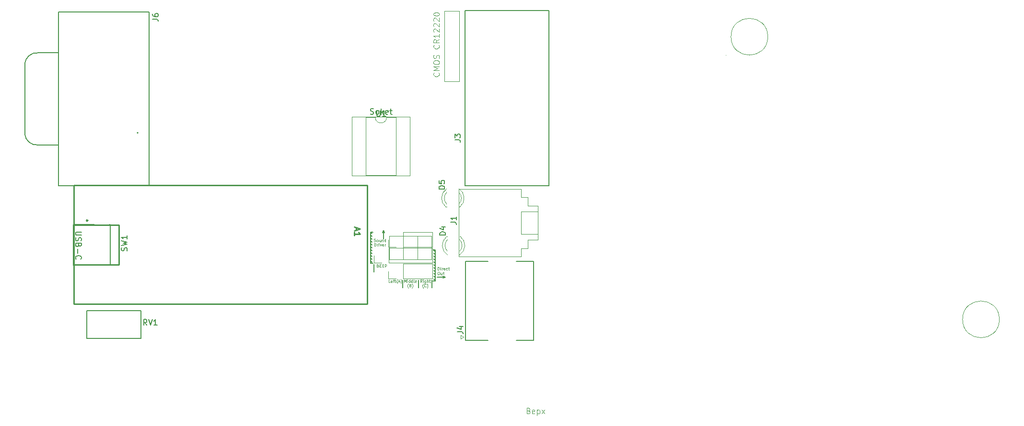
<source format=gbr>
%TF.GenerationSoftware,KiCad,Pcbnew,7.0.7*%
%TF.CreationDate,2024-07-14T10:34:44+05:00*%
%TF.ProjectId,ZXMagic F411,5a584d61-6769-4632-9046-3431312e6b69,rev?*%
%TF.SameCoordinates,Original*%
%TF.FileFunction,Legend,Top*%
%TF.FilePolarity,Positive*%
%FSLAX46Y46*%
G04 Gerber Fmt 4.6, Leading zero omitted, Abs format (unit mm)*
G04 Created by KiCad (PCBNEW 7.0.7) date 2024-07-14 10:34:44*
%MOMM*%
%LPD*%
G01*
G04 APERTURE LIST*
%ADD10C,0.150000*%
%ADD11C,0.100000*%
%ADD12C,0.250000*%
%ADD13C,0.203200*%
%ADD14C,0.254000*%
%ADD15C,0.120000*%
%ADD16C,0.127000*%
%ADD17C,0.300000*%
%ADD18C,0.200000*%
%ADD19C,0.152400*%
G04 APERTURE END LIST*
D10*
X124087000Y-63073000D02*
X123833000Y-62819000D01*
X123520400Y-69392900D02*
X123520400Y-67995900D01*
X112623800Y-59563100D02*
X112903200Y-59842500D01*
X112649200Y-60604500D02*
X112903200Y-60858500D01*
X121082000Y-69392900D02*
X121082000Y-67995900D01*
X124112400Y-68178400D02*
X123833000Y-67899000D01*
X124397300Y-67528900D02*
X125895900Y-67528900D01*
X113258800Y-66624300D02*
X113258800Y-65227300D01*
X112649200Y-62128500D02*
X112903200Y-62382500D01*
X112649200Y-63652500D02*
X112903200Y-63906500D01*
X124087000Y-63581000D02*
X123833000Y-63327000D01*
X114935200Y-60731500D02*
X114935200Y-59232900D01*
X124087000Y-65613000D02*
X123833000Y-65359000D01*
X124087000Y-64089000D02*
X123833000Y-63835000D01*
X112649200Y-61112500D02*
X112903200Y-61366500D01*
X124112400Y-68178400D02*
X123655200Y-68178400D01*
X114935200Y-59232900D02*
X115113000Y-59664700D01*
X112649200Y-62636500D02*
X112903200Y-62890500D01*
X112623800Y-59563100D02*
X113081000Y-59563100D01*
X112649200Y-61620500D02*
X112903200Y-61874500D01*
X124087000Y-66629000D02*
X123833000Y-66375000D01*
X124087000Y-67137000D02*
X123833000Y-66883000D01*
X124112400Y-62666600D02*
X123655200Y-62666600D01*
X112649200Y-60096500D02*
X112903200Y-60350500D01*
X124112400Y-68178400D02*
X124112400Y-62666600D01*
X125895900Y-67528900D02*
X125464100Y-67351100D01*
X112649200Y-64668500D02*
X112903200Y-64922500D01*
X118313400Y-69392900D02*
X118313400Y-67995900D01*
X124087000Y-64597000D02*
X123833000Y-64343000D01*
X124087000Y-66121000D02*
X123833000Y-65867000D01*
X112649200Y-64160500D02*
X112903200Y-64414500D01*
X112623800Y-59563100D02*
X112623800Y-65074900D01*
X124087000Y-65105000D02*
X123833000Y-64851000D01*
X112649200Y-63144500D02*
X112903200Y-63398500D01*
X112623800Y-65074900D02*
X113081000Y-65074900D01*
X114935200Y-59232900D02*
X114757400Y-59664700D01*
X125895900Y-67528900D02*
X125464100Y-67706700D01*
X124087000Y-67645000D02*
X123833000Y-67391000D01*
D11*
X124518036Y-66273609D02*
X124518036Y-65773609D01*
X124518036Y-65773609D02*
X124637084Y-65773609D01*
X124637084Y-65773609D02*
X124708512Y-65797419D01*
X124708512Y-65797419D02*
X124756131Y-65845038D01*
X124756131Y-65845038D02*
X124779941Y-65892657D01*
X124779941Y-65892657D02*
X124803750Y-65987895D01*
X124803750Y-65987895D02*
X124803750Y-66059323D01*
X124803750Y-66059323D02*
X124779941Y-66154561D01*
X124779941Y-66154561D02*
X124756131Y-66202180D01*
X124756131Y-66202180D02*
X124708512Y-66249800D01*
X124708512Y-66249800D02*
X124637084Y-66273609D01*
X124637084Y-66273609D02*
X124518036Y-66273609D01*
X125018036Y-66273609D02*
X125018036Y-65940276D01*
X125018036Y-65773609D02*
X124994227Y-65797419D01*
X124994227Y-65797419D02*
X125018036Y-65821228D01*
X125018036Y-65821228D02*
X125041846Y-65797419D01*
X125041846Y-65797419D02*
X125018036Y-65773609D01*
X125018036Y-65773609D02*
X125018036Y-65821228D01*
X125256131Y-66273609D02*
X125256131Y-65940276D01*
X125256131Y-66035514D02*
X125279941Y-65987895D01*
X125279941Y-65987895D02*
X125303750Y-65964085D01*
X125303750Y-65964085D02*
X125351369Y-65940276D01*
X125351369Y-65940276D02*
X125398988Y-65940276D01*
X125756131Y-66249800D02*
X125708512Y-66273609D01*
X125708512Y-66273609D02*
X125613274Y-66273609D01*
X125613274Y-66273609D02*
X125565655Y-66249800D01*
X125565655Y-66249800D02*
X125541846Y-66202180D01*
X125541846Y-66202180D02*
X125541846Y-66011704D01*
X125541846Y-66011704D02*
X125565655Y-65964085D01*
X125565655Y-65964085D02*
X125613274Y-65940276D01*
X125613274Y-65940276D02*
X125708512Y-65940276D01*
X125708512Y-65940276D02*
X125756131Y-65964085D01*
X125756131Y-65964085D02*
X125779941Y-66011704D01*
X125779941Y-66011704D02*
X125779941Y-66059323D01*
X125779941Y-66059323D02*
X125541846Y-66106942D01*
X126208512Y-66249800D02*
X126160893Y-66273609D01*
X126160893Y-66273609D02*
X126065655Y-66273609D01*
X126065655Y-66273609D02*
X126018036Y-66249800D01*
X126018036Y-66249800D02*
X125994226Y-66225990D01*
X125994226Y-66225990D02*
X125970417Y-66178371D01*
X125970417Y-66178371D02*
X125970417Y-66035514D01*
X125970417Y-66035514D02*
X125994226Y-65987895D01*
X125994226Y-65987895D02*
X126018036Y-65964085D01*
X126018036Y-65964085D02*
X126065655Y-65940276D01*
X126065655Y-65940276D02*
X126160893Y-65940276D01*
X126160893Y-65940276D02*
X126208512Y-65964085D01*
X126351369Y-65940276D02*
X126541845Y-65940276D01*
X126422797Y-65773609D02*
X126422797Y-66202180D01*
X126422797Y-66202180D02*
X126446607Y-66249800D01*
X126446607Y-66249800D02*
X126494226Y-66273609D01*
X126494226Y-66273609D02*
X126541845Y-66273609D01*
X124613274Y-66578609D02*
X124708512Y-66578609D01*
X124708512Y-66578609D02*
X124756131Y-66602419D01*
X124756131Y-66602419D02*
X124803750Y-66650038D01*
X124803750Y-66650038D02*
X124827560Y-66745276D01*
X124827560Y-66745276D02*
X124827560Y-66911942D01*
X124827560Y-66911942D02*
X124803750Y-67007180D01*
X124803750Y-67007180D02*
X124756131Y-67054800D01*
X124756131Y-67054800D02*
X124708512Y-67078609D01*
X124708512Y-67078609D02*
X124613274Y-67078609D01*
X124613274Y-67078609D02*
X124565655Y-67054800D01*
X124565655Y-67054800D02*
X124518036Y-67007180D01*
X124518036Y-67007180D02*
X124494227Y-66911942D01*
X124494227Y-66911942D02*
X124494227Y-66745276D01*
X124494227Y-66745276D02*
X124518036Y-66650038D01*
X124518036Y-66650038D02*
X124565655Y-66602419D01*
X124565655Y-66602419D02*
X124613274Y-66578609D01*
X125256132Y-66745276D02*
X125256132Y-67078609D01*
X125041846Y-66745276D02*
X125041846Y-67007180D01*
X125041846Y-67007180D02*
X125065656Y-67054800D01*
X125065656Y-67054800D02*
X125113275Y-67078609D01*
X125113275Y-67078609D02*
X125184703Y-67078609D01*
X125184703Y-67078609D02*
X125232322Y-67054800D01*
X125232322Y-67054800D02*
X125256132Y-67030990D01*
X125422799Y-66745276D02*
X125613275Y-66745276D01*
X125494227Y-66578609D02*
X125494227Y-67007180D01*
X125494227Y-67007180D02*
X125518037Y-67054800D01*
X125518037Y-67054800D02*
X125565656Y-67078609D01*
X125565656Y-67078609D02*
X125613275Y-67078609D01*
X121716276Y-68458009D02*
X121549610Y-68219914D01*
X121430562Y-68458009D02*
X121430562Y-67958009D01*
X121430562Y-67958009D02*
X121621038Y-67958009D01*
X121621038Y-67958009D02*
X121668657Y-67981819D01*
X121668657Y-67981819D02*
X121692467Y-68005628D01*
X121692467Y-68005628D02*
X121716276Y-68053247D01*
X121716276Y-68053247D02*
X121716276Y-68124676D01*
X121716276Y-68124676D02*
X121692467Y-68172295D01*
X121692467Y-68172295D02*
X121668657Y-68196104D01*
X121668657Y-68196104D02*
X121621038Y-68219914D01*
X121621038Y-68219914D02*
X121430562Y-68219914D01*
X121930562Y-68458009D02*
X121930562Y-68124676D01*
X121930562Y-67958009D02*
X121906753Y-67981819D01*
X121906753Y-67981819D02*
X121930562Y-68005628D01*
X121930562Y-68005628D02*
X121954372Y-67981819D01*
X121954372Y-67981819D02*
X121930562Y-67958009D01*
X121930562Y-67958009D02*
X121930562Y-68005628D01*
X122382943Y-68124676D02*
X122382943Y-68529438D01*
X122382943Y-68529438D02*
X122359133Y-68577057D01*
X122359133Y-68577057D02*
X122335324Y-68600866D01*
X122335324Y-68600866D02*
X122287705Y-68624676D01*
X122287705Y-68624676D02*
X122216276Y-68624676D01*
X122216276Y-68624676D02*
X122168657Y-68600866D01*
X122382943Y-68434200D02*
X122335324Y-68458009D01*
X122335324Y-68458009D02*
X122240086Y-68458009D01*
X122240086Y-68458009D02*
X122192467Y-68434200D01*
X122192467Y-68434200D02*
X122168657Y-68410390D01*
X122168657Y-68410390D02*
X122144848Y-68362771D01*
X122144848Y-68362771D02*
X122144848Y-68219914D01*
X122144848Y-68219914D02*
X122168657Y-68172295D01*
X122168657Y-68172295D02*
X122192467Y-68148485D01*
X122192467Y-68148485D02*
X122240086Y-68124676D01*
X122240086Y-68124676D02*
X122335324Y-68124676D01*
X122335324Y-68124676D02*
X122382943Y-68148485D01*
X122621038Y-68458009D02*
X122621038Y-67958009D01*
X122835324Y-68458009D02*
X122835324Y-68196104D01*
X122835324Y-68196104D02*
X122811514Y-68148485D01*
X122811514Y-68148485D02*
X122763895Y-68124676D01*
X122763895Y-68124676D02*
X122692467Y-68124676D01*
X122692467Y-68124676D02*
X122644848Y-68148485D01*
X122644848Y-68148485D02*
X122621038Y-68172295D01*
X123001991Y-68124676D02*
X123192467Y-68124676D01*
X123073419Y-67958009D02*
X123073419Y-68386580D01*
X123073419Y-68386580D02*
X123097229Y-68434200D01*
X123097229Y-68434200D02*
X123144848Y-68458009D01*
X123144848Y-68458009D02*
X123192467Y-68458009D01*
X121954371Y-69453485D02*
X121930562Y-69429676D01*
X121930562Y-69429676D02*
X121882943Y-69358247D01*
X121882943Y-69358247D02*
X121859133Y-69310628D01*
X121859133Y-69310628D02*
X121835324Y-69239200D01*
X121835324Y-69239200D02*
X121811514Y-69120152D01*
X121811514Y-69120152D02*
X121811514Y-69024914D01*
X121811514Y-69024914D02*
X121835324Y-68905866D01*
X121835324Y-68905866D02*
X121859133Y-68834438D01*
X121859133Y-68834438D02*
X121882943Y-68786819D01*
X121882943Y-68786819D02*
X121930562Y-68715390D01*
X121930562Y-68715390D02*
X121954371Y-68691580D01*
X122430561Y-69215390D02*
X122406752Y-69239200D01*
X122406752Y-69239200D02*
X122335323Y-69263009D01*
X122335323Y-69263009D02*
X122287704Y-69263009D01*
X122287704Y-69263009D02*
X122216276Y-69239200D01*
X122216276Y-69239200D02*
X122168657Y-69191580D01*
X122168657Y-69191580D02*
X122144847Y-69143961D01*
X122144847Y-69143961D02*
X122121038Y-69048723D01*
X122121038Y-69048723D02*
X122121038Y-68977295D01*
X122121038Y-68977295D02*
X122144847Y-68882057D01*
X122144847Y-68882057D02*
X122168657Y-68834438D01*
X122168657Y-68834438D02*
X122216276Y-68786819D01*
X122216276Y-68786819D02*
X122287704Y-68763009D01*
X122287704Y-68763009D02*
X122335323Y-68763009D01*
X122335323Y-68763009D02*
X122406752Y-68786819D01*
X122406752Y-68786819D02*
X122430561Y-68810628D01*
X122597228Y-69453485D02*
X122621038Y-69429676D01*
X122621038Y-69429676D02*
X122668657Y-69358247D01*
X122668657Y-69358247D02*
X122692466Y-69310628D01*
X122692466Y-69310628D02*
X122716276Y-69239200D01*
X122716276Y-69239200D02*
X122740085Y-69120152D01*
X122740085Y-69120152D02*
X122740085Y-69024914D01*
X122740085Y-69024914D02*
X122716276Y-68905866D01*
X122716276Y-68905866D02*
X122692466Y-68834438D01*
X122692466Y-68834438D02*
X122668657Y-68786819D01*
X122668657Y-68786819D02*
X122621038Y-68715390D01*
X122621038Y-68715390D02*
X122597228Y-68691580D01*
X118550866Y-68458009D02*
X118550866Y-67958009D01*
X118550866Y-67958009D02*
X118717533Y-68315152D01*
X118717533Y-68315152D02*
X118884199Y-67958009D01*
X118884199Y-67958009D02*
X118884199Y-68458009D01*
X119122295Y-68458009D02*
X119122295Y-68124676D01*
X119122295Y-67958009D02*
X119098486Y-67981819D01*
X119098486Y-67981819D02*
X119122295Y-68005628D01*
X119122295Y-68005628D02*
X119146105Y-67981819D01*
X119146105Y-67981819D02*
X119122295Y-67958009D01*
X119122295Y-67958009D02*
X119122295Y-68005628D01*
X119574676Y-68458009D02*
X119574676Y-67958009D01*
X119574676Y-68434200D02*
X119527057Y-68458009D01*
X119527057Y-68458009D02*
X119431819Y-68458009D01*
X119431819Y-68458009D02*
X119384200Y-68434200D01*
X119384200Y-68434200D02*
X119360390Y-68410390D01*
X119360390Y-68410390D02*
X119336581Y-68362771D01*
X119336581Y-68362771D02*
X119336581Y-68219914D01*
X119336581Y-68219914D02*
X119360390Y-68172295D01*
X119360390Y-68172295D02*
X119384200Y-68148485D01*
X119384200Y-68148485D02*
X119431819Y-68124676D01*
X119431819Y-68124676D02*
X119527057Y-68124676D01*
X119527057Y-68124676D02*
X119574676Y-68148485D01*
X120027057Y-68458009D02*
X120027057Y-67958009D01*
X120027057Y-68434200D02*
X119979438Y-68458009D01*
X119979438Y-68458009D02*
X119884200Y-68458009D01*
X119884200Y-68458009D02*
X119836581Y-68434200D01*
X119836581Y-68434200D02*
X119812771Y-68410390D01*
X119812771Y-68410390D02*
X119788962Y-68362771D01*
X119788962Y-68362771D02*
X119788962Y-68219914D01*
X119788962Y-68219914D02*
X119812771Y-68172295D01*
X119812771Y-68172295D02*
X119836581Y-68148485D01*
X119836581Y-68148485D02*
X119884200Y-68124676D01*
X119884200Y-68124676D02*
X119979438Y-68124676D01*
X119979438Y-68124676D02*
X120027057Y-68148485D01*
X120336581Y-68458009D02*
X120288962Y-68434200D01*
X120288962Y-68434200D02*
X120265152Y-68386580D01*
X120265152Y-68386580D02*
X120265152Y-67958009D01*
X120717533Y-68434200D02*
X120669914Y-68458009D01*
X120669914Y-68458009D02*
X120574676Y-68458009D01*
X120574676Y-68458009D02*
X120527057Y-68434200D01*
X120527057Y-68434200D02*
X120503248Y-68386580D01*
X120503248Y-68386580D02*
X120503248Y-68196104D01*
X120503248Y-68196104D02*
X120527057Y-68148485D01*
X120527057Y-68148485D02*
X120574676Y-68124676D01*
X120574676Y-68124676D02*
X120669914Y-68124676D01*
X120669914Y-68124676D02*
X120717533Y-68148485D01*
X120717533Y-68148485D02*
X120741343Y-68196104D01*
X120741343Y-68196104D02*
X120741343Y-68243723D01*
X120741343Y-68243723D02*
X120503248Y-68291342D01*
X119312771Y-69453485D02*
X119288962Y-69429676D01*
X119288962Y-69429676D02*
X119241343Y-69358247D01*
X119241343Y-69358247D02*
X119217533Y-69310628D01*
X119217533Y-69310628D02*
X119193724Y-69239200D01*
X119193724Y-69239200D02*
X119169914Y-69120152D01*
X119169914Y-69120152D02*
X119169914Y-69024914D01*
X119169914Y-69024914D02*
X119193724Y-68905866D01*
X119193724Y-68905866D02*
X119217533Y-68834438D01*
X119217533Y-68834438D02*
X119241343Y-68786819D01*
X119241343Y-68786819D02*
X119288962Y-68715390D01*
X119288962Y-68715390D02*
X119312771Y-68691580D01*
X119669914Y-69001104D02*
X119741342Y-69024914D01*
X119741342Y-69024914D02*
X119765152Y-69048723D01*
X119765152Y-69048723D02*
X119788961Y-69096342D01*
X119788961Y-69096342D02*
X119788961Y-69167771D01*
X119788961Y-69167771D02*
X119765152Y-69215390D01*
X119765152Y-69215390D02*
X119741342Y-69239200D01*
X119741342Y-69239200D02*
X119693723Y-69263009D01*
X119693723Y-69263009D02*
X119503247Y-69263009D01*
X119503247Y-69263009D02*
X119503247Y-68763009D01*
X119503247Y-68763009D02*
X119669914Y-68763009D01*
X119669914Y-68763009D02*
X119717533Y-68786819D01*
X119717533Y-68786819D02*
X119741342Y-68810628D01*
X119741342Y-68810628D02*
X119765152Y-68858247D01*
X119765152Y-68858247D02*
X119765152Y-68905866D01*
X119765152Y-68905866D02*
X119741342Y-68953485D01*
X119741342Y-68953485D02*
X119717533Y-68977295D01*
X119717533Y-68977295D02*
X119669914Y-69001104D01*
X119669914Y-69001104D02*
X119503247Y-69001104D01*
X119955628Y-69453485D02*
X119979438Y-69429676D01*
X119979438Y-69429676D02*
X120027057Y-69358247D01*
X120027057Y-69358247D02*
X120050866Y-69310628D01*
X120050866Y-69310628D02*
X120074676Y-69239200D01*
X120074676Y-69239200D02*
X120098485Y-69120152D01*
X120098485Y-69120152D02*
X120098485Y-69024914D01*
X120098485Y-69024914D02*
X120074676Y-68905866D01*
X120074676Y-68905866D02*
X120050866Y-68834438D01*
X120050866Y-68834438D02*
X120027057Y-68786819D01*
X120027057Y-68786819D02*
X119979438Y-68715390D01*
X119979438Y-68715390D02*
X119955628Y-68691580D01*
X116074343Y-68475609D02*
X115836248Y-68475609D01*
X115836248Y-68475609D02*
X115836248Y-67975609D01*
X116431486Y-68451800D02*
X116383867Y-68475609D01*
X116383867Y-68475609D02*
X116288629Y-68475609D01*
X116288629Y-68475609D02*
X116241010Y-68451800D01*
X116241010Y-68451800D02*
X116217201Y-68404180D01*
X116217201Y-68404180D02*
X116217201Y-68213704D01*
X116217201Y-68213704D02*
X116241010Y-68166085D01*
X116241010Y-68166085D02*
X116288629Y-68142276D01*
X116288629Y-68142276D02*
X116383867Y-68142276D01*
X116383867Y-68142276D02*
X116431486Y-68166085D01*
X116431486Y-68166085D02*
X116455296Y-68213704D01*
X116455296Y-68213704D02*
X116455296Y-68261323D01*
X116455296Y-68261323D02*
X116217201Y-68308942D01*
X116598153Y-68142276D02*
X116788629Y-68142276D01*
X116669581Y-68475609D02*
X116669581Y-68047038D01*
X116669581Y-68047038D02*
X116693391Y-67999419D01*
X116693391Y-67999419D02*
X116741010Y-67975609D01*
X116741010Y-67975609D02*
X116788629Y-67975609D01*
X116883867Y-68142276D02*
X117074343Y-68142276D01*
X116955295Y-67975609D02*
X116955295Y-68404180D01*
X116955295Y-68404180D02*
X116979105Y-68451800D01*
X116979105Y-68451800D02*
X117026724Y-68475609D01*
X117026724Y-68475609D02*
X117074343Y-68475609D01*
X117383866Y-68666085D02*
X117360057Y-68642276D01*
X117360057Y-68642276D02*
X117312438Y-68570847D01*
X117312438Y-68570847D02*
X117288628Y-68523228D01*
X117288628Y-68523228D02*
X117264819Y-68451800D01*
X117264819Y-68451800D02*
X117241009Y-68332752D01*
X117241009Y-68332752D02*
X117241009Y-68237514D01*
X117241009Y-68237514D02*
X117264819Y-68118466D01*
X117264819Y-68118466D02*
X117288628Y-68047038D01*
X117288628Y-68047038D02*
X117312438Y-67999419D01*
X117312438Y-67999419D02*
X117360057Y-67927990D01*
X117360057Y-67927990D02*
X117383866Y-67904180D01*
X117550533Y-68332752D02*
X117788628Y-68332752D01*
X117502914Y-68475609D02*
X117669580Y-67975609D01*
X117669580Y-67975609D02*
X117836247Y-68475609D01*
X117955294Y-68666085D02*
X117979104Y-68642276D01*
X117979104Y-68642276D02*
X118026723Y-68570847D01*
X118026723Y-68570847D02*
X118050532Y-68523228D01*
X118050532Y-68523228D02*
X118074342Y-68451800D01*
X118074342Y-68451800D02*
X118098151Y-68332752D01*
X118098151Y-68332752D02*
X118098151Y-68237514D01*
X118098151Y-68237514D02*
X118074342Y-68118466D01*
X118074342Y-68118466D02*
X118050532Y-68047038D01*
X118050532Y-68047038D02*
X118026723Y-67999419D01*
X118026723Y-67999419D02*
X117979104Y-67927990D01*
X117979104Y-67927990D02*
X117955294Y-67904180D01*
X113227181Y-61220600D02*
X113298609Y-61244409D01*
X113298609Y-61244409D02*
X113417657Y-61244409D01*
X113417657Y-61244409D02*
X113465276Y-61220600D01*
X113465276Y-61220600D02*
X113489085Y-61196790D01*
X113489085Y-61196790D02*
X113512895Y-61149171D01*
X113512895Y-61149171D02*
X113512895Y-61101552D01*
X113512895Y-61101552D02*
X113489085Y-61053933D01*
X113489085Y-61053933D02*
X113465276Y-61030123D01*
X113465276Y-61030123D02*
X113417657Y-61006314D01*
X113417657Y-61006314D02*
X113322419Y-60982504D01*
X113322419Y-60982504D02*
X113274800Y-60958695D01*
X113274800Y-60958695D02*
X113250990Y-60934885D01*
X113250990Y-60934885D02*
X113227181Y-60887266D01*
X113227181Y-60887266D02*
X113227181Y-60839647D01*
X113227181Y-60839647D02*
X113250990Y-60792028D01*
X113250990Y-60792028D02*
X113274800Y-60768219D01*
X113274800Y-60768219D02*
X113322419Y-60744409D01*
X113322419Y-60744409D02*
X113441466Y-60744409D01*
X113441466Y-60744409D02*
X113512895Y-60768219D01*
X113798609Y-61244409D02*
X113750990Y-61220600D01*
X113750990Y-61220600D02*
X113727180Y-61196790D01*
X113727180Y-61196790D02*
X113703371Y-61149171D01*
X113703371Y-61149171D02*
X113703371Y-61006314D01*
X113703371Y-61006314D02*
X113727180Y-60958695D01*
X113727180Y-60958695D02*
X113750990Y-60934885D01*
X113750990Y-60934885D02*
X113798609Y-60911076D01*
X113798609Y-60911076D02*
X113870037Y-60911076D01*
X113870037Y-60911076D02*
X113917656Y-60934885D01*
X113917656Y-60934885D02*
X113941466Y-60958695D01*
X113941466Y-60958695D02*
X113965275Y-61006314D01*
X113965275Y-61006314D02*
X113965275Y-61149171D01*
X113965275Y-61149171D02*
X113941466Y-61196790D01*
X113941466Y-61196790D02*
X113917656Y-61220600D01*
X113917656Y-61220600D02*
X113870037Y-61244409D01*
X113870037Y-61244409D02*
X113798609Y-61244409D01*
X114393847Y-60911076D02*
X114393847Y-61244409D01*
X114179561Y-60911076D02*
X114179561Y-61172980D01*
X114179561Y-61172980D02*
X114203371Y-61220600D01*
X114203371Y-61220600D02*
X114250990Y-61244409D01*
X114250990Y-61244409D02*
X114322418Y-61244409D01*
X114322418Y-61244409D02*
X114370037Y-61220600D01*
X114370037Y-61220600D02*
X114393847Y-61196790D01*
X114631942Y-60911076D02*
X114631942Y-61244409D01*
X114631942Y-60958695D02*
X114655752Y-60934885D01*
X114655752Y-60934885D02*
X114703371Y-60911076D01*
X114703371Y-60911076D02*
X114774799Y-60911076D01*
X114774799Y-60911076D02*
X114822418Y-60934885D01*
X114822418Y-60934885D02*
X114846228Y-60982504D01*
X114846228Y-60982504D02*
X114846228Y-61244409D01*
X115298609Y-61244409D02*
X115298609Y-60744409D01*
X115298609Y-61220600D02*
X115250990Y-61244409D01*
X115250990Y-61244409D02*
X115155752Y-61244409D01*
X115155752Y-61244409D02*
X115108133Y-61220600D01*
X115108133Y-61220600D02*
X115084323Y-61196790D01*
X115084323Y-61196790D02*
X115060514Y-61149171D01*
X115060514Y-61149171D02*
X115060514Y-61006314D01*
X115060514Y-61006314D02*
X115084323Y-60958695D01*
X115084323Y-60958695D02*
X115108133Y-60934885D01*
X115108133Y-60934885D02*
X115155752Y-60911076D01*
X115155752Y-60911076D02*
X115250990Y-60911076D01*
X115250990Y-60911076D02*
X115298609Y-60934885D01*
X113310514Y-62049409D02*
X113310514Y-61549409D01*
X113310514Y-61549409D02*
X113429562Y-61549409D01*
X113429562Y-61549409D02*
X113500990Y-61573219D01*
X113500990Y-61573219D02*
X113548609Y-61620838D01*
X113548609Y-61620838D02*
X113572419Y-61668457D01*
X113572419Y-61668457D02*
X113596228Y-61763695D01*
X113596228Y-61763695D02*
X113596228Y-61835123D01*
X113596228Y-61835123D02*
X113572419Y-61930361D01*
X113572419Y-61930361D02*
X113548609Y-61977980D01*
X113548609Y-61977980D02*
X113500990Y-62025600D01*
X113500990Y-62025600D02*
X113429562Y-62049409D01*
X113429562Y-62049409D02*
X113310514Y-62049409D01*
X113810514Y-62049409D02*
X113810514Y-61716076D01*
X113810514Y-61811314D02*
X113834324Y-61763695D01*
X113834324Y-61763695D02*
X113858133Y-61739885D01*
X113858133Y-61739885D02*
X113905752Y-61716076D01*
X113905752Y-61716076D02*
X113953371Y-61716076D01*
X114120038Y-62049409D02*
X114120038Y-61716076D01*
X114120038Y-61549409D02*
X114096229Y-61573219D01*
X114096229Y-61573219D02*
X114120038Y-61597028D01*
X114120038Y-61597028D02*
X114143848Y-61573219D01*
X114143848Y-61573219D02*
X114120038Y-61549409D01*
X114120038Y-61549409D02*
X114120038Y-61597028D01*
X114310514Y-61716076D02*
X114429562Y-62049409D01*
X114429562Y-62049409D02*
X114548609Y-61716076D01*
X114929561Y-62025600D02*
X114881942Y-62049409D01*
X114881942Y-62049409D02*
X114786704Y-62049409D01*
X114786704Y-62049409D02*
X114739085Y-62025600D01*
X114739085Y-62025600D02*
X114715276Y-61977980D01*
X114715276Y-61977980D02*
X114715276Y-61787504D01*
X114715276Y-61787504D02*
X114739085Y-61739885D01*
X114739085Y-61739885D02*
X114786704Y-61716076D01*
X114786704Y-61716076D02*
X114881942Y-61716076D01*
X114881942Y-61716076D02*
X114929561Y-61739885D01*
X114929561Y-61739885D02*
X114953371Y-61787504D01*
X114953371Y-61787504D02*
X114953371Y-61835123D01*
X114953371Y-61835123D02*
X114715276Y-61882742D01*
X115167656Y-62049409D02*
X115167656Y-61716076D01*
X115167656Y-61811314D02*
X115191466Y-61763695D01*
X115191466Y-61763695D02*
X115215275Y-61739885D01*
X115215275Y-61739885D02*
X115262894Y-61716076D01*
X115262894Y-61716076D02*
X115310513Y-61716076D01*
X113940503Y-65521304D02*
X114011931Y-65545114D01*
X114011931Y-65545114D02*
X114035741Y-65568923D01*
X114035741Y-65568923D02*
X114059550Y-65616542D01*
X114059550Y-65616542D02*
X114059550Y-65687971D01*
X114059550Y-65687971D02*
X114035741Y-65735590D01*
X114035741Y-65735590D02*
X114011931Y-65759400D01*
X114011931Y-65759400D02*
X113964312Y-65783209D01*
X113964312Y-65783209D02*
X113773836Y-65783209D01*
X113773836Y-65783209D02*
X113773836Y-65283209D01*
X113773836Y-65283209D02*
X113940503Y-65283209D01*
X113940503Y-65283209D02*
X113988122Y-65307019D01*
X113988122Y-65307019D02*
X114011931Y-65330828D01*
X114011931Y-65330828D02*
X114035741Y-65378447D01*
X114035741Y-65378447D02*
X114035741Y-65426066D01*
X114035741Y-65426066D02*
X114011931Y-65473685D01*
X114011931Y-65473685D02*
X113988122Y-65497495D01*
X113988122Y-65497495D02*
X113940503Y-65521304D01*
X113940503Y-65521304D02*
X113773836Y-65521304D01*
X114273836Y-65521304D02*
X114440503Y-65521304D01*
X114511931Y-65783209D02*
X114273836Y-65783209D01*
X114273836Y-65783209D02*
X114273836Y-65283209D01*
X114273836Y-65283209D02*
X114511931Y-65283209D01*
X114726217Y-65521304D02*
X114892884Y-65521304D01*
X114964312Y-65783209D02*
X114726217Y-65783209D01*
X114726217Y-65783209D02*
X114726217Y-65283209D01*
X114726217Y-65283209D02*
X114964312Y-65283209D01*
X115178598Y-65783209D02*
X115178598Y-65283209D01*
X115178598Y-65283209D02*
X115369074Y-65283209D01*
X115369074Y-65283209D02*
X115416693Y-65307019D01*
X115416693Y-65307019D02*
X115440503Y-65330828D01*
X115440503Y-65330828D02*
X115464312Y-65378447D01*
X115464312Y-65378447D02*
X115464312Y-65449876D01*
X115464312Y-65449876D02*
X115440503Y-65497495D01*
X115440503Y-65497495D02*
X115416693Y-65521304D01*
X115416693Y-65521304D02*
X115369074Y-65545114D01*
X115369074Y-65545114D02*
X115178598Y-65545114D01*
D12*
X110091095Y-58744949D02*
X110091095Y-59221139D01*
X109805380Y-58649711D02*
X110805380Y-58983044D01*
X110805380Y-58983044D02*
X109805380Y-59316377D01*
X109805380Y-60173520D02*
X109805380Y-59602092D01*
X109805380Y-59887806D02*
X110805380Y-59887806D01*
X110805380Y-59887806D02*
X110662523Y-59792568D01*
X110662523Y-59792568D02*
X110567285Y-59697330D01*
X110567285Y-59697330D02*
X110519666Y-59602092D01*
D13*
X61559747Y-59533179D02*
X60750224Y-59533179D01*
X60750224Y-59533179D02*
X60654986Y-59580798D01*
X60654986Y-59580798D02*
X60607367Y-59628417D01*
X60607367Y-59628417D02*
X60559747Y-59723655D01*
X60559747Y-59723655D02*
X60559747Y-59914131D01*
X60559747Y-59914131D02*
X60607367Y-60009369D01*
X60607367Y-60009369D02*
X60654986Y-60056988D01*
X60654986Y-60056988D02*
X60750224Y-60104607D01*
X60750224Y-60104607D02*
X61559747Y-60104607D01*
X60607367Y-60533179D02*
X60559747Y-60676036D01*
X60559747Y-60676036D02*
X60559747Y-60914131D01*
X60559747Y-60914131D02*
X60607367Y-61009369D01*
X60607367Y-61009369D02*
X60654986Y-61056988D01*
X60654986Y-61056988D02*
X60750224Y-61104607D01*
X60750224Y-61104607D02*
X60845462Y-61104607D01*
X60845462Y-61104607D02*
X60940700Y-61056988D01*
X60940700Y-61056988D02*
X60988319Y-61009369D01*
X60988319Y-61009369D02*
X61035938Y-60914131D01*
X61035938Y-60914131D02*
X61083557Y-60723655D01*
X61083557Y-60723655D02*
X61131176Y-60628417D01*
X61131176Y-60628417D02*
X61178795Y-60580798D01*
X61178795Y-60580798D02*
X61274033Y-60533179D01*
X61274033Y-60533179D02*
X61369271Y-60533179D01*
X61369271Y-60533179D02*
X61464509Y-60580798D01*
X61464509Y-60580798D02*
X61512128Y-60628417D01*
X61512128Y-60628417D02*
X61559747Y-60723655D01*
X61559747Y-60723655D02*
X61559747Y-60961750D01*
X61559747Y-60961750D02*
X61512128Y-61104607D01*
X61083557Y-61866512D02*
X61035938Y-62009369D01*
X61035938Y-62009369D02*
X60988319Y-62056988D01*
X60988319Y-62056988D02*
X60893081Y-62104607D01*
X60893081Y-62104607D02*
X60750224Y-62104607D01*
X60750224Y-62104607D02*
X60654986Y-62056988D01*
X60654986Y-62056988D02*
X60607367Y-62009369D01*
X60607367Y-62009369D02*
X60559747Y-61914131D01*
X60559747Y-61914131D02*
X60559747Y-61533179D01*
X60559747Y-61533179D02*
X61559747Y-61533179D01*
X61559747Y-61533179D02*
X61559747Y-61866512D01*
X61559747Y-61866512D02*
X61512128Y-61961750D01*
X61512128Y-61961750D02*
X61464509Y-62009369D01*
X61464509Y-62009369D02*
X61369271Y-62056988D01*
X61369271Y-62056988D02*
X61274033Y-62056988D01*
X61274033Y-62056988D02*
X61178795Y-62009369D01*
X61178795Y-62009369D02*
X61131176Y-61961750D01*
X61131176Y-61961750D02*
X61083557Y-61866512D01*
X61083557Y-61866512D02*
X61083557Y-61533179D01*
X60940700Y-62533179D02*
X60940700Y-63295084D01*
X60654986Y-64342702D02*
X60607367Y-64295083D01*
X60607367Y-64295083D02*
X60559747Y-64152226D01*
X60559747Y-64152226D02*
X60559747Y-64056988D01*
X60559747Y-64056988D02*
X60607367Y-63914131D01*
X60607367Y-63914131D02*
X60702605Y-63818893D01*
X60702605Y-63818893D02*
X60797843Y-63771274D01*
X60797843Y-63771274D02*
X60988319Y-63723655D01*
X60988319Y-63723655D02*
X61131176Y-63723655D01*
X61131176Y-63723655D02*
X61321652Y-63771274D01*
X61321652Y-63771274D02*
X61416890Y-63818893D01*
X61416890Y-63818893D02*
X61512128Y-63914131D01*
X61512128Y-63914131D02*
X61559747Y-64056988D01*
X61559747Y-64056988D02*
X61559747Y-64152226D01*
X61559747Y-64152226D02*
X61512128Y-64295083D01*
X61512128Y-64295083D02*
X61464509Y-64342702D01*
D10*
X113748095Y-38104819D02*
X113748095Y-38914342D01*
X113748095Y-38914342D02*
X113795714Y-39009580D01*
X113795714Y-39009580D02*
X113843333Y-39057200D01*
X113843333Y-39057200D02*
X113938571Y-39104819D01*
X113938571Y-39104819D02*
X114129047Y-39104819D01*
X114129047Y-39104819D02*
X114224285Y-39057200D01*
X114224285Y-39057200D02*
X114271904Y-39009580D01*
X114271904Y-39009580D02*
X114319523Y-38914342D01*
X114319523Y-38914342D02*
X114319523Y-38104819D01*
X115319523Y-39104819D02*
X114748095Y-39104819D01*
X115033809Y-39104819D02*
X115033809Y-38104819D01*
X115033809Y-38104819D02*
X114938571Y-38247676D01*
X114938571Y-38247676D02*
X114843333Y-38342914D01*
X114843333Y-38342914D02*
X114748095Y-38390533D01*
D11*
X140543314Y-91157809D02*
X140686171Y-91205428D01*
X140686171Y-91205428D02*
X140733790Y-91253047D01*
X140733790Y-91253047D02*
X140781409Y-91348285D01*
X140781409Y-91348285D02*
X140781409Y-91491142D01*
X140781409Y-91491142D02*
X140733790Y-91586380D01*
X140733790Y-91586380D02*
X140686171Y-91634000D01*
X140686171Y-91634000D02*
X140590933Y-91681619D01*
X140590933Y-91681619D02*
X140209981Y-91681619D01*
X140209981Y-91681619D02*
X140209981Y-90681619D01*
X140209981Y-90681619D02*
X140543314Y-90681619D01*
X140543314Y-90681619D02*
X140638552Y-90729238D01*
X140638552Y-90729238D02*
X140686171Y-90776857D01*
X140686171Y-90776857D02*
X140733790Y-90872095D01*
X140733790Y-90872095D02*
X140733790Y-90967333D01*
X140733790Y-90967333D02*
X140686171Y-91062571D01*
X140686171Y-91062571D02*
X140638552Y-91110190D01*
X140638552Y-91110190D02*
X140543314Y-91157809D01*
X140543314Y-91157809D02*
X140209981Y-91157809D01*
X141590933Y-91634000D02*
X141495695Y-91681619D01*
X141495695Y-91681619D02*
X141305219Y-91681619D01*
X141305219Y-91681619D02*
X141209981Y-91634000D01*
X141209981Y-91634000D02*
X141162362Y-91538761D01*
X141162362Y-91538761D02*
X141162362Y-91157809D01*
X141162362Y-91157809D02*
X141209981Y-91062571D01*
X141209981Y-91062571D02*
X141305219Y-91014952D01*
X141305219Y-91014952D02*
X141495695Y-91014952D01*
X141495695Y-91014952D02*
X141590933Y-91062571D01*
X141590933Y-91062571D02*
X141638552Y-91157809D01*
X141638552Y-91157809D02*
X141638552Y-91253047D01*
X141638552Y-91253047D02*
X141162362Y-91348285D01*
X142067124Y-91014952D02*
X142067124Y-92014952D01*
X142067124Y-91062571D02*
X142162362Y-91014952D01*
X142162362Y-91014952D02*
X142352838Y-91014952D01*
X142352838Y-91014952D02*
X142448076Y-91062571D01*
X142448076Y-91062571D02*
X142495695Y-91110190D01*
X142495695Y-91110190D02*
X142543314Y-91205428D01*
X142543314Y-91205428D02*
X142543314Y-91491142D01*
X142543314Y-91491142D02*
X142495695Y-91586380D01*
X142495695Y-91586380D02*
X142448076Y-91634000D01*
X142448076Y-91634000D02*
X142352838Y-91681619D01*
X142352838Y-91681619D02*
X142162362Y-91681619D01*
X142162362Y-91681619D02*
X142067124Y-91634000D01*
X142876648Y-91681619D02*
X143400457Y-91014952D01*
X142876648Y-91014952D02*
X143400457Y-91681619D01*
D10*
X73132813Y-76020601D02*
X72798052Y-75542371D01*
X72558937Y-76020601D02*
X72558937Y-75016318D01*
X72558937Y-75016318D02*
X72941521Y-75016318D01*
X72941521Y-75016318D02*
X73037167Y-75064141D01*
X73037167Y-75064141D02*
X73084990Y-75111964D01*
X73084990Y-75111964D02*
X73132813Y-75207610D01*
X73132813Y-75207610D02*
X73132813Y-75351079D01*
X73132813Y-75351079D02*
X73084990Y-75446725D01*
X73084990Y-75446725D02*
X73037167Y-75494548D01*
X73037167Y-75494548D02*
X72941521Y-75542371D01*
X72941521Y-75542371D02*
X72558937Y-75542371D01*
X73419751Y-75016318D02*
X73754512Y-76020601D01*
X73754512Y-76020601D02*
X74089273Y-75016318D01*
X74950087Y-76020601D02*
X74376211Y-76020601D01*
X74663149Y-76020601D02*
X74663149Y-75016318D01*
X74663149Y-75016318D02*
X74567503Y-75159787D01*
X74567503Y-75159787D02*
X74471857Y-75255433D01*
X74471857Y-75255433D02*
X74376211Y-75303256D01*
X112620857Y-38661800D02*
X112763714Y-38709419D01*
X112763714Y-38709419D02*
X113001809Y-38709419D01*
X113001809Y-38709419D02*
X113097047Y-38661800D01*
X113097047Y-38661800D02*
X113144666Y-38614180D01*
X113144666Y-38614180D02*
X113192285Y-38518942D01*
X113192285Y-38518942D02*
X113192285Y-38423704D01*
X113192285Y-38423704D02*
X113144666Y-38328466D01*
X113144666Y-38328466D02*
X113097047Y-38280847D01*
X113097047Y-38280847D02*
X113001809Y-38233228D01*
X113001809Y-38233228D02*
X112811333Y-38185609D01*
X112811333Y-38185609D02*
X112716095Y-38137990D01*
X112716095Y-38137990D02*
X112668476Y-38090371D01*
X112668476Y-38090371D02*
X112620857Y-37995133D01*
X112620857Y-37995133D02*
X112620857Y-37899895D01*
X112620857Y-37899895D02*
X112668476Y-37804657D01*
X112668476Y-37804657D02*
X112716095Y-37757038D01*
X112716095Y-37757038D02*
X112811333Y-37709419D01*
X112811333Y-37709419D02*
X113049428Y-37709419D01*
X113049428Y-37709419D02*
X113192285Y-37757038D01*
X113763714Y-38709419D02*
X113668476Y-38661800D01*
X113668476Y-38661800D02*
X113620857Y-38614180D01*
X113620857Y-38614180D02*
X113573238Y-38518942D01*
X113573238Y-38518942D02*
X113573238Y-38233228D01*
X113573238Y-38233228D02*
X113620857Y-38137990D01*
X113620857Y-38137990D02*
X113668476Y-38090371D01*
X113668476Y-38090371D02*
X113763714Y-38042752D01*
X113763714Y-38042752D02*
X113906571Y-38042752D01*
X113906571Y-38042752D02*
X114001809Y-38090371D01*
X114001809Y-38090371D02*
X114049428Y-38137990D01*
X114049428Y-38137990D02*
X114097047Y-38233228D01*
X114097047Y-38233228D02*
X114097047Y-38518942D01*
X114097047Y-38518942D02*
X114049428Y-38614180D01*
X114049428Y-38614180D02*
X114001809Y-38661800D01*
X114001809Y-38661800D02*
X113906571Y-38709419D01*
X113906571Y-38709419D02*
X113763714Y-38709419D01*
X114525619Y-38709419D02*
X114525619Y-37709419D01*
X114620857Y-38328466D02*
X114906571Y-38709419D01*
X114906571Y-38042752D02*
X114525619Y-38423704D01*
X115716095Y-38661800D02*
X115620857Y-38709419D01*
X115620857Y-38709419D02*
X115430381Y-38709419D01*
X115430381Y-38709419D02*
X115335143Y-38661800D01*
X115335143Y-38661800D02*
X115287524Y-38566561D01*
X115287524Y-38566561D02*
X115287524Y-38185609D01*
X115287524Y-38185609D02*
X115335143Y-38090371D01*
X115335143Y-38090371D02*
X115430381Y-38042752D01*
X115430381Y-38042752D02*
X115620857Y-38042752D01*
X115620857Y-38042752D02*
X115716095Y-38090371D01*
X115716095Y-38090371D02*
X115763714Y-38185609D01*
X115763714Y-38185609D02*
X115763714Y-38280847D01*
X115763714Y-38280847D02*
X115287524Y-38376085D01*
X116049429Y-38042752D02*
X116430381Y-38042752D01*
X116192286Y-37709419D02*
X116192286Y-38566561D01*
X116192286Y-38566561D02*
X116239905Y-38661800D01*
X116239905Y-38661800D02*
X116335143Y-38709419D01*
X116335143Y-38709419D02*
X116430381Y-38709419D01*
X69597386Y-62866206D02*
X69645049Y-62723217D01*
X69645049Y-62723217D02*
X69645049Y-62484900D01*
X69645049Y-62484900D02*
X69597386Y-62389574D01*
X69597386Y-62389574D02*
X69549722Y-62341910D01*
X69549722Y-62341910D02*
X69454396Y-62294247D01*
X69454396Y-62294247D02*
X69359069Y-62294247D01*
X69359069Y-62294247D02*
X69263743Y-62341910D01*
X69263743Y-62341910D02*
X69216079Y-62389574D01*
X69216079Y-62389574D02*
X69168416Y-62484900D01*
X69168416Y-62484900D02*
X69120753Y-62675553D01*
X69120753Y-62675553D02*
X69073089Y-62770880D01*
X69073089Y-62770880D02*
X69025426Y-62818543D01*
X69025426Y-62818543D02*
X68930100Y-62866206D01*
X68930100Y-62866206D02*
X68834773Y-62866206D01*
X68834773Y-62866206D02*
X68739446Y-62818543D01*
X68739446Y-62818543D02*
X68691783Y-62770880D01*
X68691783Y-62770880D02*
X68644120Y-62675553D01*
X68644120Y-62675553D02*
X68644120Y-62437237D01*
X68644120Y-62437237D02*
X68691783Y-62294247D01*
X68644120Y-61960604D02*
X69645049Y-61722287D01*
X69645049Y-61722287D02*
X68930100Y-61531634D01*
X68930100Y-61531634D02*
X69645049Y-61340981D01*
X69645049Y-61340981D02*
X68644120Y-61102665D01*
X69645049Y-60197062D02*
X69645049Y-60769021D01*
X69645049Y-60483042D02*
X68644120Y-60483042D01*
X68644120Y-60483042D02*
X68787110Y-60578368D01*
X68787110Y-60578368D02*
X68882436Y-60673695D01*
X68882436Y-60673695D02*
X68930100Y-60769021D01*
X127954210Y-77173711D02*
X128669305Y-77173711D01*
X128669305Y-77173711D02*
X128812324Y-77221384D01*
X128812324Y-77221384D02*
X128907671Y-77316730D01*
X128907671Y-77316730D02*
X128955344Y-77459749D01*
X128955344Y-77459749D02*
X128955344Y-77555095D01*
X128287921Y-76267923D02*
X128955344Y-76267923D01*
X127906537Y-76506288D02*
X128621632Y-76744653D01*
X128621632Y-76744653D02*
X128621632Y-76124904D01*
X127514819Y-43253333D02*
X128229104Y-43253333D01*
X128229104Y-43253333D02*
X128371961Y-43300952D01*
X128371961Y-43300952D02*
X128467200Y-43396190D01*
X128467200Y-43396190D02*
X128514819Y-43539047D01*
X128514819Y-43539047D02*
X128514819Y-43634285D01*
X127514819Y-42872380D02*
X127514819Y-42253333D01*
X127514819Y-42253333D02*
X127895771Y-42586666D01*
X127895771Y-42586666D02*
X127895771Y-42443809D01*
X127895771Y-42443809D02*
X127943390Y-42348571D01*
X127943390Y-42348571D02*
X127991009Y-42300952D01*
X127991009Y-42300952D02*
X128086247Y-42253333D01*
X128086247Y-42253333D02*
X128324342Y-42253333D01*
X128324342Y-42253333D02*
X128419580Y-42300952D01*
X128419580Y-42300952D02*
X128467200Y-42348571D01*
X128467200Y-42348571D02*
X128514819Y-42443809D01*
X128514819Y-42443809D02*
X128514819Y-42729523D01*
X128514819Y-42729523D02*
X128467200Y-42824761D01*
X128467200Y-42824761D02*
X128419580Y-42872380D01*
X74133862Y-21883926D02*
X74849419Y-21883926D01*
X74849419Y-21883926D02*
X74992531Y-21931629D01*
X74992531Y-21931629D02*
X75087939Y-22027037D01*
X75087939Y-22027037D02*
X75135642Y-22170148D01*
X75135642Y-22170148D02*
X75135642Y-22265556D01*
X74133862Y-20977553D02*
X74133862Y-21168368D01*
X74133862Y-21168368D02*
X74181566Y-21263776D01*
X74181566Y-21263776D02*
X74229270Y-21311480D01*
X74229270Y-21311480D02*
X74372381Y-21406887D01*
X74372381Y-21406887D02*
X74563197Y-21454591D01*
X74563197Y-21454591D02*
X74944827Y-21454591D01*
X74944827Y-21454591D02*
X75040235Y-21406887D01*
X75040235Y-21406887D02*
X75087939Y-21359184D01*
X75087939Y-21359184D02*
X75135642Y-21263776D01*
X75135642Y-21263776D02*
X75135642Y-21072961D01*
X75135642Y-21072961D02*
X75087939Y-20977553D01*
X75087939Y-20977553D02*
X75040235Y-20929849D01*
X75040235Y-20929849D02*
X74944827Y-20882146D01*
X74944827Y-20882146D02*
X74706308Y-20882146D01*
X74706308Y-20882146D02*
X74610900Y-20929849D01*
X74610900Y-20929849D02*
X74563197Y-20977553D01*
X74563197Y-20977553D02*
X74515493Y-21072961D01*
X74515493Y-21072961D02*
X74515493Y-21263776D01*
X74515493Y-21263776D02*
X74563197Y-21359184D01*
X74563197Y-21359184D02*
X74610900Y-21406887D01*
X74610900Y-21406887D02*
X74706308Y-21454591D01*
X125712819Y-51944094D02*
X124712819Y-51944094D01*
X124712819Y-51944094D02*
X124712819Y-51705999D01*
X124712819Y-51705999D02*
X124760438Y-51563142D01*
X124760438Y-51563142D02*
X124855676Y-51467904D01*
X124855676Y-51467904D02*
X124950914Y-51420285D01*
X124950914Y-51420285D02*
X125141390Y-51372666D01*
X125141390Y-51372666D02*
X125284247Y-51372666D01*
X125284247Y-51372666D02*
X125474723Y-51420285D01*
X125474723Y-51420285D02*
X125569961Y-51467904D01*
X125569961Y-51467904D02*
X125665200Y-51563142D01*
X125665200Y-51563142D02*
X125712819Y-51705999D01*
X125712819Y-51705999D02*
X125712819Y-51944094D01*
X124712819Y-50467904D02*
X124712819Y-50944094D01*
X124712819Y-50944094D02*
X125189009Y-50991713D01*
X125189009Y-50991713D02*
X125141390Y-50944094D01*
X125141390Y-50944094D02*
X125093771Y-50848856D01*
X125093771Y-50848856D02*
X125093771Y-50610761D01*
X125093771Y-50610761D02*
X125141390Y-50515523D01*
X125141390Y-50515523D02*
X125189009Y-50467904D01*
X125189009Y-50467904D02*
X125284247Y-50420285D01*
X125284247Y-50420285D02*
X125522342Y-50420285D01*
X125522342Y-50420285D02*
X125617580Y-50467904D01*
X125617580Y-50467904D02*
X125665200Y-50515523D01*
X125665200Y-50515523D02*
X125712819Y-50610761D01*
X125712819Y-50610761D02*
X125712819Y-50848856D01*
X125712819Y-50848856D02*
X125665200Y-50944094D01*
X125665200Y-50944094D02*
X125617580Y-50991713D01*
X126804819Y-57823333D02*
X127519104Y-57823333D01*
X127519104Y-57823333D02*
X127661961Y-57870952D01*
X127661961Y-57870952D02*
X127757200Y-57966190D01*
X127757200Y-57966190D02*
X127804819Y-58109047D01*
X127804819Y-58109047D02*
X127804819Y-58204285D01*
X127804819Y-56823333D02*
X127804819Y-57394761D01*
X127804819Y-57109047D02*
X126804819Y-57109047D01*
X126804819Y-57109047D02*
X126947676Y-57204285D01*
X126947676Y-57204285D02*
X127042914Y-57299523D01*
X127042914Y-57299523D02*
X127090533Y-57394761D01*
X125874819Y-60098094D02*
X124874819Y-60098094D01*
X124874819Y-60098094D02*
X124874819Y-59859999D01*
X124874819Y-59859999D02*
X124922438Y-59717142D01*
X124922438Y-59717142D02*
X125017676Y-59621904D01*
X125017676Y-59621904D02*
X125112914Y-59574285D01*
X125112914Y-59574285D02*
X125303390Y-59526666D01*
X125303390Y-59526666D02*
X125446247Y-59526666D01*
X125446247Y-59526666D02*
X125636723Y-59574285D01*
X125636723Y-59574285D02*
X125731961Y-59621904D01*
X125731961Y-59621904D02*
X125827200Y-59717142D01*
X125827200Y-59717142D02*
X125874819Y-59859999D01*
X125874819Y-59859999D02*
X125874819Y-60098094D01*
X125208152Y-58669523D02*
X125874819Y-58669523D01*
X124827200Y-58907618D02*
X125541485Y-59145713D01*
X125541485Y-59145713D02*
X125541485Y-58526666D01*
D11*
X124664780Y-31394009D02*
X124712400Y-31441628D01*
X124712400Y-31441628D02*
X124760019Y-31584485D01*
X124760019Y-31584485D02*
X124760019Y-31679723D01*
X124760019Y-31679723D02*
X124712400Y-31822580D01*
X124712400Y-31822580D02*
X124617161Y-31917818D01*
X124617161Y-31917818D02*
X124521923Y-31965437D01*
X124521923Y-31965437D02*
X124331447Y-32013056D01*
X124331447Y-32013056D02*
X124188590Y-32013056D01*
X124188590Y-32013056D02*
X123998114Y-31965437D01*
X123998114Y-31965437D02*
X123902876Y-31917818D01*
X123902876Y-31917818D02*
X123807638Y-31822580D01*
X123807638Y-31822580D02*
X123760019Y-31679723D01*
X123760019Y-31679723D02*
X123760019Y-31584485D01*
X123760019Y-31584485D02*
X123807638Y-31441628D01*
X123807638Y-31441628D02*
X123855257Y-31394009D01*
X124760019Y-30965437D02*
X123760019Y-30965437D01*
X123760019Y-30965437D02*
X124474304Y-30632104D01*
X124474304Y-30632104D02*
X123760019Y-30298771D01*
X123760019Y-30298771D02*
X124760019Y-30298771D01*
X123760019Y-29632104D02*
X123760019Y-29441628D01*
X123760019Y-29441628D02*
X123807638Y-29346390D01*
X123807638Y-29346390D02*
X123902876Y-29251152D01*
X123902876Y-29251152D02*
X124093352Y-29203533D01*
X124093352Y-29203533D02*
X124426685Y-29203533D01*
X124426685Y-29203533D02*
X124617161Y-29251152D01*
X124617161Y-29251152D02*
X124712400Y-29346390D01*
X124712400Y-29346390D02*
X124760019Y-29441628D01*
X124760019Y-29441628D02*
X124760019Y-29632104D01*
X124760019Y-29632104D02*
X124712400Y-29727342D01*
X124712400Y-29727342D02*
X124617161Y-29822580D01*
X124617161Y-29822580D02*
X124426685Y-29870199D01*
X124426685Y-29870199D02*
X124093352Y-29870199D01*
X124093352Y-29870199D02*
X123902876Y-29822580D01*
X123902876Y-29822580D02*
X123807638Y-29727342D01*
X123807638Y-29727342D02*
X123760019Y-29632104D01*
X124712400Y-28822580D02*
X124760019Y-28679723D01*
X124760019Y-28679723D02*
X124760019Y-28441628D01*
X124760019Y-28441628D02*
X124712400Y-28346390D01*
X124712400Y-28346390D02*
X124664780Y-28298771D01*
X124664780Y-28298771D02*
X124569542Y-28251152D01*
X124569542Y-28251152D02*
X124474304Y-28251152D01*
X124474304Y-28251152D02*
X124379066Y-28298771D01*
X124379066Y-28298771D02*
X124331447Y-28346390D01*
X124331447Y-28346390D02*
X124283828Y-28441628D01*
X124283828Y-28441628D02*
X124236209Y-28632104D01*
X124236209Y-28632104D02*
X124188590Y-28727342D01*
X124188590Y-28727342D02*
X124140971Y-28774961D01*
X124140971Y-28774961D02*
X124045733Y-28822580D01*
X124045733Y-28822580D02*
X123950495Y-28822580D01*
X123950495Y-28822580D02*
X123855257Y-28774961D01*
X123855257Y-28774961D02*
X123807638Y-28727342D01*
X123807638Y-28727342D02*
X123760019Y-28632104D01*
X123760019Y-28632104D02*
X123760019Y-28394009D01*
X123760019Y-28394009D02*
X123807638Y-28251152D01*
X124664780Y-26489247D02*
X124712400Y-26536866D01*
X124712400Y-26536866D02*
X124760019Y-26679723D01*
X124760019Y-26679723D02*
X124760019Y-26774961D01*
X124760019Y-26774961D02*
X124712400Y-26917818D01*
X124712400Y-26917818D02*
X124617161Y-27013056D01*
X124617161Y-27013056D02*
X124521923Y-27060675D01*
X124521923Y-27060675D02*
X124331447Y-27108294D01*
X124331447Y-27108294D02*
X124188590Y-27108294D01*
X124188590Y-27108294D02*
X123998114Y-27060675D01*
X123998114Y-27060675D02*
X123902876Y-27013056D01*
X123902876Y-27013056D02*
X123807638Y-26917818D01*
X123807638Y-26917818D02*
X123760019Y-26774961D01*
X123760019Y-26774961D02*
X123760019Y-26679723D01*
X123760019Y-26679723D02*
X123807638Y-26536866D01*
X123807638Y-26536866D02*
X123855257Y-26489247D01*
X124760019Y-25489247D02*
X124283828Y-25822580D01*
X124760019Y-26060675D02*
X123760019Y-26060675D01*
X123760019Y-26060675D02*
X123760019Y-25679723D01*
X123760019Y-25679723D02*
X123807638Y-25584485D01*
X123807638Y-25584485D02*
X123855257Y-25536866D01*
X123855257Y-25536866D02*
X123950495Y-25489247D01*
X123950495Y-25489247D02*
X124093352Y-25489247D01*
X124093352Y-25489247D02*
X124188590Y-25536866D01*
X124188590Y-25536866D02*
X124236209Y-25584485D01*
X124236209Y-25584485D02*
X124283828Y-25679723D01*
X124283828Y-25679723D02*
X124283828Y-26060675D01*
X124760019Y-24536866D02*
X124760019Y-25108294D01*
X124760019Y-24822580D02*
X123760019Y-24822580D01*
X123760019Y-24822580D02*
X123902876Y-24917818D01*
X123902876Y-24917818D02*
X123998114Y-25013056D01*
X123998114Y-25013056D02*
X124045733Y-25108294D01*
X123855257Y-24155913D02*
X123807638Y-24108294D01*
X123807638Y-24108294D02*
X123760019Y-24013056D01*
X123760019Y-24013056D02*
X123760019Y-23774961D01*
X123760019Y-23774961D02*
X123807638Y-23679723D01*
X123807638Y-23679723D02*
X123855257Y-23632104D01*
X123855257Y-23632104D02*
X123950495Y-23584485D01*
X123950495Y-23584485D02*
X124045733Y-23584485D01*
X124045733Y-23584485D02*
X124188590Y-23632104D01*
X124188590Y-23632104D02*
X124760019Y-24203532D01*
X124760019Y-24203532D02*
X124760019Y-23584485D01*
X123855257Y-23203532D02*
X123807638Y-23155913D01*
X123807638Y-23155913D02*
X123760019Y-23060675D01*
X123760019Y-23060675D02*
X123760019Y-22822580D01*
X123760019Y-22822580D02*
X123807638Y-22727342D01*
X123807638Y-22727342D02*
X123855257Y-22679723D01*
X123855257Y-22679723D02*
X123950495Y-22632104D01*
X123950495Y-22632104D02*
X124045733Y-22632104D01*
X124045733Y-22632104D02*
X124188590Y-22679723D01*
X124188590Y-22679723D02*
X124760019Y-23251151D01*
X124760019Y-23251151D02*
X124760019Y-22632104D01*
X123855257Y-22251151D02*
X123807638Y-22203532D01*
X123807638Y-22203532D02*
X123760019Y-22108294D01*
X123760019Y-22108294D02*
X123760019Y-21870199D01*
X123760019Y-21870199D02*
X123807638Y-21774961D01*
X123807638Y-21774961D02*
X123855257Y-21727342D01*
X123855257Y-21727342D02*
X123950495Y-21679723D01*
X123950495Y-21679723D02*
X124045733Y-21679723D01*
X124045733Y-21679723D02*
X124188590Y-21727342D01*
X124188590Y-21727342D02*
X124760019Y-22298770D01*
X124760019Y-22298770D02*
X124760019Y-21679723D01*
X123760019Y-21060675D02*
X123760019Y-20965437D01*
X123760019Y-20965437D02*
X123807638Y-20870199D01*
X123807638Y-20870199D02*
X123855257Y-20822580D01*
X123855257Y-20822580D02*
X123950495Y-20774961D01*
X123950495Y-20774961D02*
X124140971Y-20727342D01*
X124140971Y-20727342D02*
X124379066Y-20727342D01*
X124379066Y-20727342D02*
X124569542Y-20774961D01*
X124569542Y-20774961D02*
X124664780Y-20822580D01*
X124664780Y-20822580D02*
X124712400Y-20870199D01*
X124712400Y-20870199D02*
X124760019Y-20965437D01*
X124760019Y-20965437D02*
X124760019Y-21060675D01*
X124760019Y-21060675D02*
X124712400Y-21155913D01*
X124712400Y-21155913D02*
X124664780Y-21203532D01*
X124664780Y-21203532D02*
X124569542Y-21251151D01*
X124569542Y-21251151D02*
X124379066Y-21298770D01*
X124379066Y-21298770D02*
X124140971Y-21298770D01*
X124140971Y-21298770D02*
X123950495Y-21251151D01*
X123950495Y-21251151D02*
X123855257Y-21203532D01*
X123855257Y-21203532D02*
X123807638Y-21155913D01*
X123807638Y-21155913D02*
X123760019Y-21060675D01*
D14*
%TO.C,A1*%
X60199950Y-51300040D02*
X70199960Y-51300040D01*
X60199950Y-58300260D02*
X68200950Y-58300260D01*
X60199950Y-61300000D02*
X60199950Y-51299990D01*
X60199950Y-72300000D02*
X60199950Y-61300000D01*
X60199950Y-72300080D02*
X112052400Y-72300080D01*
X60400610Y-65300500D02*
X68200950Y-65300500D01*
X68000290Y-65300500D02*
X68199960Y-65300010D01*
X68199960Y-65300010D02*
X68200950Y-65099840D01*
X68200950Y-65099840D02*
X68200950Y-58300260D01*
X70199960Y-51299990D02*
X80199960Y-51299990D01*
X80199910Y-51299990D02*
X90199920Y-51299990D01*
X90199920Y-51299990D02*
X100199920Y-51299990D01*
X100199920Y-51299990D02*
X112052400Y-51300040D01*
X112052400Y-61300070D02*
X112052400Y-51300040D01*
X112052400Y-72300080D02*
X112052400Y-61300070D01*
D15*
%TO.C,U1*%
X111828000Y-39254600D02*
X111828000Y-49534600D01*
X111828000Y-49534600D02*
X117128000Y-49534600D01*
X113478000Y-39254600D02*
X111828000Y-39254600D01*
X117128000Y-39254600D02*
X115478000Y-39254600D01*
X117128000Y-49534600D02*
X117128000Y-39254600D01*
X113478000Y-39254600D02*
G75*
G03*
X115478000Y-39254600I1000000J0D01*
G01*
D11*
%TO.C,JP_MID*%
X118430000Y-64380000D02*
X120930000Y-64380000D01*
X120930000Y-64380000D02*
X120930000Y-60280000D01*
X120930000Y-60280000D02*
X118430000Y-60280000D01*
X118430000Y-60280000D02*
X118430000Y-64380000D01*
D15*
%TO.C,REF\u002A\u002A*%
X115799600Y-67814600D02*
X115799600Y-66484600D01*
X117129600Y-67814600D02*
X115799600Y-67814600D01*
X118399600Y-67814600D02*
X123539600Y-67814600D01*
X118399600Y-67814600D02*
X118399600Y-65154600D01*
X123539600Y-67814600D02*
X123539600Y-65154600D01*
X118399600Y-65154600D02*
X123539600Y-65154600D01*
X115799600Y-62226600D02*
X115799600Y-60896600D01*
X117129600Y-62226600D02*
X115799600Y-62226600D01*
X118399600Y-62226600D02*
X123539600Y-62226600D01*
X118399600Y-62226600D02*
X118399600Y-59566600D01*
X123539600Y-62226600D02*
X123539600Y-59566600D01*
X118399600Y-59566600D02*
X123539600Y-59566600D01*
D16*
%TO.C,RV1*%
X62530000Y-73495000D02*
X72060000Y-73495000D01*
X62530000Y-78325000D02*
X62530000Y-73495000D01*
X72060000Y-73495000D02*
X72060000Y-78325000D01*
X72060000Y-78325000D02*
X62530000Y-78325000D01*
D15*
%TO.C,Soket*%
X109338000Y-39194600D02*
X109338000Y-49594600D01*
X109338000Y-49594600D02*
X119618000Y-49594600D01*
X111828000Y-39254600D02*
X111828000Y-49534600D01*
X111828000Y-49534600D02*
X117128000Y-49534600D01*
X113478000Y-39254600D02*
X111828000Y-39254600D01*
X117128000Y-39254600D02*
X115478000Y-39254600D01*
X117128000Y-49534600D02*
X117128000Y-39254600D01*
X119618000Y-39194600D02*
X109338000Y-39194600D01*
X119618000Y-49594600D02*
X119618000Y-39194600D01*
X113478000Y-39254600D02*
G75*
G03*
X115478000Y-39254600I1000000J0D01*
G01*
D16*
%TO.C,SW1*%
X66687400Y-58200035D02*
X66487400Y-58200035D01*
X66687400Y-58200035D02*
X66687400Y-65400035D01*
X60187400Y-58200035D02*
X63887400Y-58200035D01*
X66687400Y-65400035D02*
X66487400Y-65400035D01*
X60187400Y-65400035D02*
X60187400Y-58200035D01*
X60187400Y-65400035D02*
X63887400Y-65400035D01*
D17*
X62687400Y-57500035D02*
G75*
G03*
X62687400Y-57500035I-100000J0D01*
G01*
D15*
%TO.C,REF\u002A\u002A*%
X113249600Y-65020600D02*
X113249600Y-63690600D01*
X114579600Y-65020600D02*
X113249600Y-65020600D01*
X115849600Y-65020600D02*
X123529600Y-65020600D01*
X115849600Y-65020600D02*
X115849600Y-62360600D01*
X123529600Y-65020600D02*
X123529600Y-62360600D01*
X115849600Y-62360600D02*
X123529600Y-62360600D01*
D16*
%TO.C,J4*%
X129380000Y-78730000D02*
X133400000Y-78730000D01*
X138380000Y-78730000D02*
X141400000Y-78730000D01*
X141400000Y-78730000D02*
X141400000Y-64730000D01*
D11*
X128572000Y-78461000D02*
X128572000Y-77749800D01*
X129105400Y-78080000D02*
X128572000Y-78461000D01*
X128572000Y-77749800D02*
X129105400Y-78080000D01*
D16*
X129380000Y-64730000D02*
X129380000Y-78730000D01*
X133400000Y-64730000D02*
X129380000Y-64730000D01*
X141400000Y-64730000D02*
X138380000Y-64730000D01*
D11*
%TO.C,JP_Left*%
X115920000Y-64380000D02*
X118420000Y-64380000D01*
X118420000Y-64380000D02*
X118420000Y-60280000D01*
X118420000Y-60280000D02*
X115920000Y-60280000D01*
X115920000Y-60280000D02*
X115920000Y-64380000D01*
D18*
%TO.C,J3*%
X129340000Y-51385000D02*
X129340000Y-20375000D01*
X144150000Y-51380000D02*
X129340000Y-51385000D01*
X144150000Y-20380000D02*
X144150000Y-51380000D01*
X129340000Y-20375000D02*
X144150000Y-20380000D01*
D16*
%TO.C,J6*%
X73570000Y-20600000D02*
X73570000Y-51400000D01*
X57570000Y-20600000D02*
X73570000Y-20600000D01*
X57570000Y-27850000D02*
X57570000Y-20600000D01*
X57570000Y-27850000D02*
X53900000Y-27850000D01*
X51570000Y-29800000D02*
X51570000Y-42200000D01*
X57570000Y-44150000D02*
X57570000Y-27850000D01*
X53900000Y-44150000D02*
X57570000Y-44150000D01*
X73570000Y-51400000D02*
X57570000Y-51400000D01*
X57570000Y-51400000D02*
X57570000Y-44150000D01*
X53900000Y-27850000D02*
G75*
G03*
X51570000Y-29800000I-190000J-2140000D01*
G01*
X51570000Y-42200000D02*
G75*
G03*
X53900000Y-44150000I2140000J190000D01*
G01*
D19*
X71620000Y-42000000D02*
G75*
G03*
X71620000Y-42000000I-120000J0D01*
G01*
D15*
%TO.C,D5*%
X125942000Y-55121000D02*
X126098000Y-55121000D01*
X128258000Y-55121000D02*
X128414000Y-55121000D01*
X126099392Y-51888666D02*
G75*
G03*
X125942485Y-55120999I1078608J-1672334D01*
G01*
X126098164Y-52519871D02*
G75*
G03*
X126098001Y-54601960I1079836J-1041129D01*
G01*
X128257999Y-54601960D02*
G75*
G03*
X128257836Y-52519871I-1079999J1040960D01*
G01*
X128413515Y-55120999D02*
G75*
G03*
X128256608Y-51888666I-1235515J1559999D01*
G01*
%TO.C,J1*%
X128210000Y-63910000D02*
X128210000Y-51910000D01*
X139210000Y-63910000D02*
X128210000Y-63910000D01*
X139210000Y-62410000D02*
X139210000Y-63910000D01*
X140410000Y-62410000D02*
X139210000Y-62410000D01*
X140410000Y-60910000D02*
X140410000Y-62410000D01*
X142210000Y-60910000D02*
X140410000Y-60910000D01*
X139210000Y-59910000D02*
X142210000Y-59910000D01*
X139210000Y-55910000D02*
X139210000Y-59910000D01*
X142210000Y-55910000D02*
X139210000Y-55910000D01*
X140410000Y-54910000D02*
X142210000Y-54910000D01*
X142210000Y-54910000D02*
X142210000Y-60910000D01*
X139210000Y-53410000D02*
X140410000Y-53410000D01*
X140410000Y-53410000D02*
X140410000Y-54910000D01*
X128210000Y-51910000D02*
X139210000Y-51910000D01*
X139210000Y-51910000D02*
X139210000Y-53410000D01*
D11*
%TO.C,JP_Right*%
X120930000Y-64380000D02*
X123430000Y-64380000D01*
X123430000Y-64380000D02*
X123430000Y-60280000D01*
X123430000Y-60280000D02*
X120930000Y-60280000D01*
X120930000Y-60280000D02*
X120930000Y-64380000D01*
D15*
%TO.C,D4*%
X128536000Y-60365000D02*
X128380000Y-60365000D01*
X126220000Y-60365000D02*
X126064000Y-60365000D01*
X128378608Y-63597334D02*
G75*
G03*
X128535515Y-60365001I-1078608J1672334D01*
G01*
X128379836Y-62966129D02*
G75*
G03*
X128379999Y-60884040I-1079836J1041129D01*
G01*
X126220001Y-60884040D02*
G75*
G03*
X126220164Y-62966129I1079999J-1040960D01*
G01*
X126064485Y-60365001D02*
G75*
G03*
X126221392Y-63597334I1235515J-1559999D01*
G01*
D11*
%TO.C,\u041D\u0438\u0437*%
X175362000Y-28283000D02*
G75*
G03*
X175362000Y-28283000I0J0D01*
G01*
X182800000Y-25000000D02*
G75*
G03*
X182800000Y-25000000I-3250000J0D01*
G01*
X223700000Y-75000000D02*
G75*
G03*
X223700000Y-75000000I-3250000J0D01*
G01*
%TO.C,CMOS CR12220*%
X125725000Y-32925000D02*
X128325000Y-32925000D01*
X125725000Y-32925000D02*
X125725000Y-20425000D01*
X128325000Y-32925000D02*
X128325000Y-20425000D01*
X125725000Y-20425000D02*
X128325000Y-20425000D01*
%TD*%
M02*

</source>
